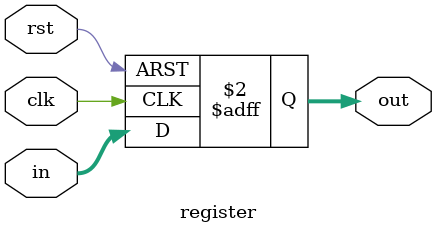
<source format=v>
module register #(parameter WIDTH = 64) (
    input       clk, rst,
    input       [WIDTH-1:0] in,
    output reg  [WIDTH-1:0] out
);
    always @(posedge clk or posedge rst) begin
        if(rst) begin
            out <= {WIDTH{1'b0}};
        end else begin
            out <= in;
        end
    end
endmodule
</source>
